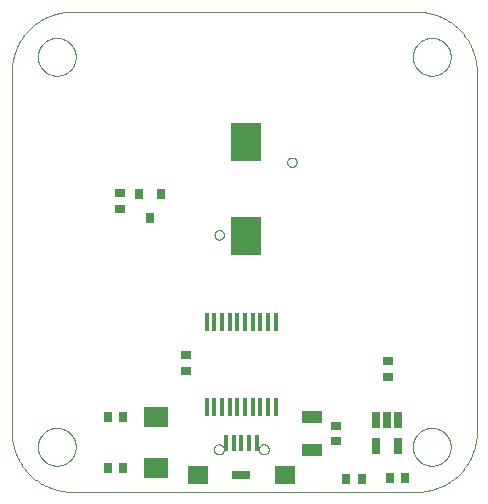
<source format=gbp>
G75*
%MOIN*%
%OFA0B0*%
%FSLAX25Y25*%
%IPPOS*%
%LPD*%
%AMOC8*
5,1,8,0,0,1.08239X$1,22.5*
%
%ADD10C,0.00100*%
%ADD11C,0.00000*%
%ADD12R,0.02756X0.05512*%
%ADD13R,0.03543X0.02756*%
%ADD14R,0.02756X0.03543*%
%ADD15R,0.07087X0.03937*%
%ADD16R,0.01575X0.05512*%
%ADD17R,0.07087X0.05906*%
%ADD18R,0.05906X0.02756*%
%ADD19R,0.08000X0.07000*%
%ADD20R,0.01575X0.05906*%
%ADD21R,0.03150X0.03543*%
%ADD22R,0.09843X0.12598*%
D10*
X0033000Y0015846D02*
X0148000Y0015846D01*
X0148483Y0015852D01*
X0148966Y0015869D01*
X0149449Y0015899D01*
X0149930Y0015939D01*
X0150411Y0015992D01*
X0150890Y0016056D01*
X0151367Y0016131D01*
X0151843Y0016219D01*
X0152316Y0016317D01*
X0152786Y0016427D01*
X0153254Y0016548D01*
X0153719Y0016681D01*
X0154180Y0016825D01*
X0154638Y0016980D01*
X0155092Y0017146D01*
X0155542Y0017323D01*
X0155987Y0017510D01*
X0156428Y0017709D01*
X0156864Y0017917D01*
X0157294Y0018137D01*
X0157720Y0018367D01*
X0158139Y0018607D01*
X0158553Y0018857D01*
X0158960Y0019117D01*
X0159361Y0019386D01*
X0159756Y0019666D01*
X0160143Y0019954D01*
X0160524Y0020253D01*
X0160897Y0020560D01*
X0161262Y0020876D01*
X0161620Y0021201D01*
X0161970Y0021534D01*
X0162312Y0021876D01*
X0162645Y0022226D01*
X0162970Y0022584D01*
X0163286Y0022949D01*
X0163593Y0023322D01*
X0163892Y0023703D01*
X0164180Y0024090D01*
X0164460Y0024485D01*
X0164729Y0024886D01*
X0164989Y0025293D01*
X0165239Y0025707D01*
X0165479Y0026126D01*
X0165709Y0026552D01*
X0165929Y0026982D01*
X0166137Y0027418D01*
X0166336Y0027859D01*
X0166523Y0028304D01*
X0166700Y0028754D01*
X0166866Y0029208D01*
X0167021Y0029666D01*
X0167165Y0030127D01*
X0167298Y0030592D01*
X0167419Y0031060D01*
X0167529Y0031530D01*
X0167627Y0032003D01*
X0167715Y0032479D01*
X0167790Y0032956D01*
X0167854Y0033435D01*
X0167907Y0033916D01*
X0167947Y0034397D01*
X0167977Y0034880D01*
X0167994Y0035363D01*
X0168000Y0035846D01*
X0168000Y0155846D01*
X0167994Y0156329D01*
X0167977Y0156812D01*
X0167947Y0157295D01*
X0167907Y0157776D01*
X0167854Y0158257D01*
X0167790Y0158736D01*
X0167715Y0159213D01*
X0167627Y0159689D01*
X0167529Y0160162D01*
X0167419Y0160632D01*
X0167298Y0161100D01*
X0167165Y0161565D01*
X0167021Y0162026D01*
X0166866Y0162484D01*
X0166700Y0162938D01*
X0166523Y0163388D01*
X0166336Y0163833D01*
X0166137Y0164274D01*
X0165929Y0164710D01*
X0165709Y0165140D01*
X0165479Y0165566D01*
X0165239Y0165985D01*
X0164989Y0166399D01*
X0164729Y0166806D01*
X0164460Y0167207D01*
X0164180Y0167602D01*
X0163892Y0167989D01*
X0163593Y0168370D01*
X0163286Y0168743D01*
X0162970Y0169108D01*
X0162645Y0169466D01*
X0162312Y0169816D01*
X0161970Y0170158D01*
X0161620Y0170491D01*
X0161262Y0170816D01*
X0160897Y0171132D01*
X0160524Y0171439D01*
X0160143Y0171738D01*
X0159756Y0172026D01*
X0159361Y0172306D01*
X0158960Y0172575D01*
X0158553Y0172835D01*
X0158139Y0173085D01*
X0157720Y0173325D01*
X0157294Y0173555D01*
X0156864Y0173775D01*
X0156428Y0173983D01*
X0155987Y0174182D01*
X0155542Y0174369D01*
X0155092Y0174546D01*
X0154638Y0174712D01*
X0154180Y0174867D01*
X0153719Y0175011D01*
X0153254Y0175144D01*
X0152786Y0175265D01*
X0152316Y0175375D01*
X0151843Y0175473D01*
X0151367Y0175561D01*
X0150890Y0175636D01*
X0150411Y0175700D01*
X0149930Y0175753D01*
X0149449Y0175793D01*
X0148966Y0175823D01*
X0148483Y0175840D01*
X0148000Y0175846D01*
X0033000Y0175846D01*
X0032517Y0175840D01*
X0032034Y0175823D01*
X0031551Y0175793D01*
X0031070Y0175753D01*
X0030589Y0175700D01*
X0030110Y0175636D01*
X0029633Y0175561D01*
X0029157Y0175473D01*
X0028684Y0175375D01*
X0028214Y0175265D01*
X0027746Y0175144D01*
X0027281Y0175011D01*
X0026820Y0174867D01*
X0026362Y0174712D01*
X0025908Y0174546D01*
X0025458Y0174369D01*
X0025013Y0174182D01*
X0024572Y0173983D01*
X0024136Y0173775D01*
X0023706Y0173555D01*
X0023280Y0173325D01*
X0022861Y0173085D01*
X0022447Y0172835D01*
X0022040Y0172575D01*
X0021639Y0172306D01*
X0021244Y0172026D01*
X0020857Y0171738D01*
X0020476Y0171439D01*
X0020103Y0171132D01*
X0019738Y0170816D01*
X0019380Y0170491D01*
X0019030Y0170158D01*
X0018688Y0169816D01*
X0018355Y0169466D01*
X0018030Y0169108D01*
X0017714Y0168743D01*
X0017407Y0168370D01*
X0017108Y0167989D01*
X0016820Y0167602D01*
X0016540Y0167207D01*
X0016271Y0166806D01*
X0016011Y0166399D01*
X0015761Y0165985D01*
X0015521Y0165566D01*
X0015291Y0165140D01*
X0015071Y0164710D01*
X0014863Y0164274D01*
X0014664Y0163833D01*
X0014477Y0163388D01*
X0014300Y0162938D01*
X0014134Y0162484D01*
X0013979Y0162026D01*
X0013835Y0161565D01*
X0013702Y0161100D01*
X0013581Y0160632D01*
X0013471Y0160162D01*
X0013373Y0159689D01*
X0013285Y0159213D01*
X0013210Y0158736D01*
X0013146Y0158257D01*
X0013093Y0157776D01*
X0013053Y0157295D01*
X0013023Y0156812D01*
X0013006Y0156329D01*
X0013000Y0155846D01*
X0013000Y0035846D01*
X0013006Y0035363D01*
X0013023Y0034880D01*
X0013053Y0034397D01*
X0013093Y0033916D01*
X0013146Y0033435D01*
X0013210Y0032956D01*
X0013285Y0032479D01*
X0013373Y0032003D01*
X0013471Y0031530D01*
X0013581Y0031060D01*
X0013702Y0030592D01*
X0013835Y0030127D01*
X0013979Y0029666D01*
X0014134Y0029208D01*
X0014300Y0028754D01*
X0014477Y0028304D01*
X0014664Y0027859D01*
X0014863Y0027418D01*
X0015071Y0026982D01*
X0015291Y0026552D01*
X0015521Y0026126D01*
X0015761Y0025707D01*
X0016011Y0025293D01*
X0016271Y0024886D01*
X0016540Y0024485D01*
X0016820Y0024090D01*
X0017108Y0023703D01*
X0017407Y0023322D01*
X0017714Y0022949D01*
X0018030Y0022584D01*
X0018355Y0022226D01*
X0018688Y0021876D01*
X0019030Y0021534D01*
X0019380Y0021201D01*
X0019738Y0020876D01*
X0020103Y0020560D01*
X0020476Y0020253D01*
X0020857Y0019954D01*
X0021244Y0019666D01*
X0021639Y0019386D01*
X0022040Y0019117D01*
X0022447Y0018857D01*
X0022861Y0018607D01*
X0023280Y0018367D01*
X0023706Y0018137D01*
X0024136Y0017917D01*
X0024572Y0017709D01*
X0025013Y0017510D01*
X0025458Y0017323D01*
X0025908Y0017146D01*
X0026362Y0016980D01*
X0026820Y0016825D01*
X0027281Y0016681D01*
X0027746Y0016548D01*
X0028214Y0016427D01*
X0028684Y0016317D01*
X0029157Y0016219D01*
X0029633Y0016131D01*
X0030110Y0016056D01*
X0030589Y0015992D01*
X0031070Y0015939D01*
X0031551Y0015899D01*
X0032034Y0015869D01*
X0032517Y0015852D01*
X0033000Y0015846D01*
D11*
X0021701Y0030846D02*
X0021703Y0031004D01*
X0021709Y0031162D01*
X0021719Y0031320D01*
X0021733Y0031478D01*
X0021751Y0031635D01*
X0021772Y0031792D01*
X0021798Y0031948D01*
X0021828Y0032104D01*
X0021861Y0032259D01*
X0021899Y0032412D01*
X0021940Y0032565D01*
X0021985Y0032717D01*
X0022034Y0032868D01*
X0022087Y0033017D01*
X0022143Y0033165D01*
X0022203Y0033311D01*
X0022267Y0033456D01*
X0022335Y0033599D01*
X0022406Y0033741D01*
X0022480Y0033881D01*
X0022558Y0034018D01*
X0022640Y0034154D01*
X0022724Y0034288D01*
X0022813Y0034419D01*
X0022904Y0034548D01*
X0022999Y0034675D01*
X0023096Y0034800D01*
X0023197Y0034922D01*
X0023301Y0035041D01*
X0023408Y0035158D01*
X0023518Y0035272D01*
X0023631Y0035383D01*
X0023746Y0035492D01*
X0023864Y0035597D01*
X0023985Y0035699D01*
X0024108Y0035799D01*
X0024234Y0035895D01*
X0024362Y0035988D01*
X0024492Y0036078D01*
X0024625Y0036164D01*
X0024760Y0036248D01*
X0024896Y0036327D01*
X0025035Y0036404D01*
X0025176Y0036476D01*
X0025318Y0036546D01*
X0025462Y0036611D01*
X0025608Y0036673D01*
X0025755Y0036731D01*
X0025904Y0036786D01*
X0026054Y0036837D01*
X0026205Y0036884D01*
X0026357Y0036927D01*
X0026510Y0036966D01*
X0026665Y0037002D01*
X0026820Y0037033D01*
X0026976Y0037061D01*
X0027132Y0037085D01*
X0027289Y0037105D01*
X0027447Y0037121D01*
X0027604Y0037133D01*
X0027763Y0037141D01*
X0027921Y0037145D01*
X0028079Y0037145D01*
X0028237Y0037141D01*
X0028396Y0037133D01*
X0028553Y0037121D01*
X0028711Y0037105D01*
X0028868Y0037085D01*
X0029024Y0037061D01*
X0029180Y0037033D01*
X0029335Y0037002D01*
X0029490Y0036966D01*
X0029643Y0036927D01*
X0029795Y0036884D01*
X0029946Y0036837D01*
X0030096Y0036786D01*
X0030245Y0036731D01*
X0030392Y0036673D01*
X0030538Y0036611D01*
X0030682Y0036546D01*
X0030824Y0036476D01*
X0030965Y0036404D01*
X0031104Y0036327D01*
X0031240Y0036248D01*
X0031375Y0036164D01*
X0031508Y0036078D01*
X0031638Y0035988D01*
X0031766Y0035895D01*
X0031892Y0035799D01*
X0032015Y0035699D01*
X0032136Y0035597D01*
X0032254Y0035492D01*
X0032369Y0035383D01*
X0032482Y0035272D01*
X0032592Y0035158D01*
X0032699Y0035041D01*
X0032803Y0034922D01*
X0032904Y0034800D01*
X0033001Y0034675D01*
X0033096Y0034548D01*
X0033187Y0034419D01*
X0033276Y0034288D01*
X0033360Y0034154D01*
X0033442Y0034018D01*
X0033520Y0033881D01*
X0033594Y0033741D01*
X0033665Y0033599D01*
X0033733Y0033456D01*
X0033797Y0033311D01*
X0033857Y0033165D01*
X0033913Y0033017D01*
X0033966Y0032868D01*
X0034015Y0032717D01*
X0034060Y0032565D01*
X0034101Y0032412D01*
X0034139Y0032259D01*
X0034172Y0032104D01*
X0034202Y0031948D01*
X0034228Y0031792D01*
X0034249Y0031635D01*
X0034267Y0031478D01*
X0034281Y0031320D01*
X0034291Y0031162D01*
X0034297Y0031004D01*
X0034299Y0030846D01*
X0034297Y0030688D01*
X0034291Y0030530D01*
X0034281Y0030372D01*
X0034267Y0030214D01*
X0034249Y0030057D01*
X0034228Y0029900D01*
X0034202Y0029744D01*
X0034172Y0029588D01*
X0034139Y0029433D01*
X0034101Y0029280D01*
X0034060Y0029127D01*
X0034015Y0028975D01*
X0033966Y0028824D01*
X0033913Y0028675D01*
X0033857Y0028527D01*
X0033797Y0028381D01*
X0033733Y0028236D01*
X0033665Y0028093D01*
X0033594Y0027951D01*
X0033520Y0027811D01*
X0033442Y0027674D01*
X0033360Y0027538D01*
X0033276Y0027404D01*
X0033187Y0027273D01*
X0033096Y0027144D01*
X0033001Y0027017D01*
X0032904Y0026892D01*
X0032803Y0026770D01*
X0032699Y0026651D01*
X0032592Y0026534D01*
X0032482Y0026420D01*
X0032369Y0026309D01*
X0032254Y0026200D01*
X0032136Y0026095D01*
X0032015Y0025993D01*
X0031892Y0025893D01*
X0031766Y0025797D01*
X0031638Y0025704D01*
X0031508Y0025614D01*
X0031375Y0025528D01*
X0031240Y0025444D01*
X0031104Y0025365D01*
X0030965Y0025288D01*
X0030824Y0025216D01*
X0030682Y0025146D01*
X0030538Y0025081D01*
X0030392Y0025019D01*
X0030245Y0024961D01*
X0030096Y0024906D01*
X0029946Y0024855D01*
X0029795Y0024808D01*
X0029643Y0024765D01*
X0029490Y0024726D01*
X0029335Y0024690D01*
X0029180Y0024659D01*
X0029024Y0024631D01*
X0028868Y0024607D01*
X0028711Y0024587D01*
X0028553Y0024571D01*
X0028396Y0024559D01*
X0028237Y0024551D01*
X0028079Y0024547D01*
X0027921Y0024547D01*
X0027763Y0024551D01*
X0027604Y0024559D01*
X0027447Y0024571D01*
X0027289Y0024587D01*
X0027132Y0024607D01*
X0026976Y0024631D01*
X0026820Y0024659D01*
X0026665Y0024690D01*
X0026510Y0024726D01*
X0026357Y0024765D01*
X0026205Y0024808D01*
X0026054Y0024855D01*
X0025904Y0024906D01*
X0025755Y0024961D01*
X0025608Y0025019D01*
X0025462Y0025081D01*
X0025318Y0025146D01*
X0025176Y0025216D01*
X0025035Y0025288D01*
X0024896Y0025365D01*
X0024760Y0025444D01*
X0024625Y0025528D01*
X0024492Y0025614D01*
X0024362Y0025704D01*
X0024234Y0025797D01*
X0024108Y0025893D01*
X0023985Y0025993D01*
X0023864Y0026095D01*
X0023746Y0026200D01*
X0023631Y0026309D01*
X0023518Y0026420D01*
X0023408Y0026534D01*
X0023301Y0026651D01*
X0023197Y0026770D01*
X0023096Y0026892D01*
X0022999Y0027017D01*
X0022904Y0027144D01*
X0022813Y0027273D01*
X0022724Y0027404D01*
X0022640Y0027538D01*
X0022558Y0027674D01*
X0022480Y0027811D01*
X0022406Y0027951D01*
X0022335Y0028093D01*
X0022267Y0028236D01*
X0022203Y0028381D01*
X0022143Y0028527D01*
X0022087Y0028675D01*
X0022034Y0028824D01*
X0021985Y0028975D01*
X0021940Y0029127D01*
X0021899Y0029280D01*
X0021861Y0029433D01*
X0021828Y0029588D01*
X0021798Y0029744D01*
X0021772Y0029900D01*
X0021751Y0030057D01*
X0021733Y0030214D01*
X0021719Y0030372D01*
X0021709Y0030530D01*
X0021703Y0030688D01*
X0021701Y0030846D01*
X0080347Y0030008D02*
X0080349Y0030089D01*
X0080355Y0030171D01*
X0080365Y0030252D01*
X0080379Y0030332D01*
X0080396Y0030411D01*
X0080418Y0030490D01*
X0080443Y0030567D01*
X0080472Y0030644D01*
X0080505Y0030718D01*
X0080542Y0030791D01*
X0080581Y0030862D01*
X0080625Y0030931D01*
X0080671Y0030998D01*
X0080721Y0031062D01*
X0080774Y0031124D01*
X0080830Y0031184D01*
X0080888Y0031240D01*
X0080950Y0031294D01*
X0081014Y0031345D01*
X0081080Y0031392D01*
X0081148Y0031436D01*
X0081219Y0031477D01*
X0081291Y0031514D01*
X0081366Y0031548D01*
X0081441Y0031578D01*
X0081519Y0031604D01*
X0081597Y0031627D01*
X0081676Y0031645D01*
X0081756Y0031660D01*
X0081837Y0031671D01*
X0081918Y0031678D01*
X0082000Y0031681D01*
X0082081Y0031680D01*
X0082162Y0031675D01*
X0082243Y0031666D01*
X0082324Y0031653D01*
X0082404Y0031636D01*
X0082482Y0031616D01*
X0082560Y0031591D01*
X0082637Y0031563D01*
X0082712Y0031531D01*
X0082785Y0031496D01*
X0082856Y0031457D01*
X0082926Y0031414D01*
X0082993Y0031369D01*
X0083059Y0031320D01*
X0083121Y0031268D01*
X0083181Y0031212D01*
X0083238Y0031154D01*
X0083293Y0031094D01*
X0083344Y0031030D01*
X0083392Y0030965D01*
X0083437Y0030897D01*
X0083479Y0030827D01*
X0083517Y0030755D01*
X0083552Y0030681D01*
X0083583Y0030606D01*
X0083610Y0030529D01*
X0083633Y0030451D01*
X0083653Y0030372D01*
X0083669Y0030292D01*
X0083681Y0030211D01*
X0083689Y0030130D01*
X0083693Y0030049D01*
X0083693Y0029967D01*
X0083689Y0029886D01*
X0083681Y0029805D01*
X0083669Y0029724D01*
X0083653Y0029644D01*
X0083633Y0029565D01*
X0083610Y0029487D01*
X0083583Y0029410D01*
X0083552Y0029335D01*
X0083517Y0029261D01*
X0083479Y0029189D01*
X0083437Y0029119D01*
X0083392Y0029051D01*
X0083344Y0028986D01*
X0083293Y0028922D01*
X0083238Y0028862D01*
X0083181Y0028804D01*
X0083121Y0028748D01*
X0083059Y0028696D01*
X0082993Y0028647D01*
X0082926Y0028602D01*
X0082857Y0028559D01*
X0082785Y0028520D01*
X0082712Y0028485D01*
X0082637Y0028453D01*
X0082560Y0028425D01*
X0082482Y0028400D01*
X0082404Y0028380D01*
X0082324Y0028363D01*
X0082243Y0028350D01*
X0082162Y0028341D01*
X0082081Y0028336D01*
X0082000Y0028335D01*
X0081918Y0028338D01*
X0081837Y0028345D01*
X0081756Y0028356D01*
X0081676Y0028371D01*
X0081597Y0028389D01*
X0081519Y0028412D01*
X0081441Y0028438D01*
X0081366Y0028468D01*
X0081291Y0028502D01*
X0081219Y0028539D01*
X0081148Y0028580D01*
X0081080Y0028624D01*
X0081014Y0028671D01*
X0080950Y0028722D01*
X0080888Y0028776D01*
X0080830Y0028832D01*
X0080774Y0028892D01*
X0080721Y0028954D01*
X0080671Y0029018D01*
X0080625Y0029085D01*
X0080581Y0029154D01*
X0080542Y0029225D01*
X0080505Y0029298D01*
X0080472Y0029372D01*
X0080443Y0029449D01*
X0080418Y0029526D01*
X0080396Y0029605D01*
X0080379Y0029684D01*
X0080365Y0029764D01*
X0080355Y0029845D01*
X0080349Y0029927D01*
X0080347Y0030008D01*
X0095307Y0030008D02*
X0095309Y0030089D01*
X0095315Y0030171D01*
X0095325Y0030252D01*
X0095339Y0030332D01*
X0095356Y0030411D01*
X0095378Y0030490D01*
X0095403Y0030567D01*
X0095432Y0030644D01*
X0095465Y0030718D01*
X0095502Y0030791D01*
X0095541Y0030862D01*
X0095585Y0030931D01*
X0095631Y0030998D01*
X0095681Y0031062D01*
X0095734Y0031124D01*
X0095790Y0031184D01*
X0095848Y0031240D01*
X0095910Y0031294D01*
X0095974Y0031345D01*
X0096040Y0031392D01*
X0096108Y0031436D01*
X0096179Y0031477D01*
X0096251Y0031514D01*
X0096326Y0031548D01*
X0096401Y0031578D01*
X0096479Y0031604D01*
X0096557Y0031627D01*
X0096636Y0031645D01*
X0096716Y0031660D01*
X0096797Y0031671D01*
X0096878Y0031678D01*
X0096960Y0031681D01*
X0097041Y0031680D01*
X0097122Y0031675D01*
X0097203Y0031666D01*
X0097284Y0031653D01*
X0097364Y0031636D01*
X0097442Y0031616D01*
X0097520Y0031591D01*
X0097597Y0031563D01*
X0097672Y0031531D01*
X0097745Y0031496D01*
X0097816Y0031457D01*
X0097886Y0031414D01*
X0097953Y0031369D01*
X0098019Y0031320D01*
X0098081Y0031268D01*
X0098141Y0031212D01*
X0098198Y0031154D01*
X0098253Y0031094D01*
X0098304Y0031030D01*
X0098352Y0030965D01*
X0098397Y0030897D01*
X0098439Y0030827D01*
X0098477Y0030755D01*
X0098512Y0030681D01*
X0098543Y0030606D01*
X0098570Y0030529D01*
X0098593Y0030451D01*
X0098613Y0030372D01*
X0098629Y0030292D01*
X0098641Y0030211D01*
X0098649Y0030130D01*
X0098653Y0030049D01*
X0098653Y0029967D01*
X0098649Y0029886D01*
X0098641Y0029805D01*
X0098629Y0029724D01*
X0098613Y0029644D01*
X0098593Y0029565D01*
X0098570Y0029487D01*
X0098543Y0029410D01*
X0098512Y0029335D01*
X0098477Y0029261D01*
X0098439Y0029189D01*
X0098397Y0029119D01*
X0098352Y0029051D01*
X0098304Y0028986D01*
X0098253Y0028922D01*
X0098198Y0028862D01*
X0098141Y0028804D01*
X0098081Y0028748D01*
X0098019Y0028696D01*
X0097953Y0028647D01*
X0097886Y0028602D01*
X0097817Y0028559D01*
X0097745Y0028520D01*
X0097672Y0028485D01*
X0097597Y0028453D01*
X0097520Y0028425D01*
X0097442Y0028400D01*
X0097364Y0028380D01*
X0097284Y0028363D01*
X0097203Y0028350D01*
X0097122Y0028341D01*
X0097041Y0028336D01*
X0096960Y0028335D01*
X0096878Y0028338D01*
X0096797Y0028345D01*
X0096716Y0028356D01*
X0096636Y0028371D01*
X0096557Y0028389D01*
X0096479Y0028412D01*
X0096401Y0028438D01*
X0096326Y0028468D01*
X0096251Y0028502D01*
X0096179Y0028539D01*
X0096108Y0028580D01*
X0096040Y0028624D01*
X0095974Y0028671D01*
X0095910Y0028722D01*
X0095848Y0028776D01*
X0095790Y0028832D01*
X0095734Y0028892D01*
X0095681Y0028954D01*
X0095631Y0029018D01*
X0095585Y0029085D01*
X0095541Y0029154D01*
X0095502Y0029225D01*
X0095465Y0029298D01*
X0095432Y0029372D01*
X0095403Y0029449D01*
X0095378Y0029526D01*
X0095356Y0029605D01*
X0095339Y0029684D01*
X0095325Y0029764D01*
X0095315Y0029845D01*
X0095309Y0029927D01*
X0095307Y0030008D01*
X0146701Y0030846D02*
X0146703Y0031004D01*
X0146709Y0031162D01*
X0146719Y0031320D01*
X0146733Y0031478D01*
X0146751Y0031635D01*
X0146772Y0031792D01*
X0146798Y0031948D01*
X0146828Y0032104D01*
X0146861Y0032259D01*
X0146899Y0032412D01*
X0146940Y0032565D01*
X0146985Y0032717D01*
X0147034Y0032868D01*
X0147087Y0033017D01*
X0147143Y0033165D01*
X0147203Y0033311D01*
X0147267Y0033456D01*
X0147335Y0033599D01*
X0147406Y0033741D01*
X0147480Y0033881D01*
X0147558Y0034018D01*
X0147640Y0034154D01*
X0147724Y0034288D01*
X0147813Y0034419D01*
X0147904Y0034548D01*
X0147999Y0034675D01*
X0148096Y0034800D01*
X0148197Y0034922D01*
X0148301Y0035041D01*
X0148408Y0035158D01*
X0148518Y0035272D01*
X0148631Y0035383D01*
X0148746Y0035492D01*
X0148864Y0035597D01*
X0148985Y0035699D01*
X0149108Y0035799D01*
X0149234Y0035895D01*
X0149362Y0035988D01*
X0149492Y0036078D01*
X0149625Y0036164D01*
X0149760Y0036248D01*
X0149896Y0036327D01*
X0150035Y0036404D01*
X0150176Y0036476D01*
X0150318Y0036546D01*
X0150462Y0036611D01*
X0150608Y0036673D01*
X0150755Y0036731D01*
X0150904Y0036786D01*
X0151054Y0036837D01*
X0151205Y0036884D01*
X0151357Y0036927D01*
X0151510Y0036966D01*
X0151665Y0037002D01*
X0151820Y0037033D01*
X0151976Y0037061D01*
X0152132Y0037085D01*
X0152289Y0037105D01*
X0152447Y0037121D01*
X0152604Y0037133D01*
X0152763Y0037141D01*
X0152921Y0037145D01*
X0153079Y0037145D01*
X0153237Y0037141D01*
X0153396Y0037133D01*
X0153553Y0037121D01*
X0153711Y0037105D01*
X0153868Y0037085D01*
X0154024Y0037061D01*
X0154180Y0037033D01*
X0154335Y0037002D01*
X0154490Y0036966D01*
X0154643Y0036927D01*
X0154795Y0036884D01*
X0154946Y0036837D01*
X0155096Y0036786D01*
X0155245Y0036731D01*
X0155392Y0036673D01*
X0155538Y0036611D01*
X0155682Y0036546D01*
X0155824Y0036476D01*
X0155965Y0036404D01*
X0156104Y0036327D01*
X0156240Y0036248D01*
X0156375Y0036164D01*
X0156508Y0036078D01*
X0156638Y0035988D01*
X0156766Y0035895D01*
X0156892Y0035799D01*
X0157015Y0035699D01*
X0157136Y0035597D01*
X0157254Y0035492D01*
X0157369Y0035383D01*
X0157482Y0035272D01*
X0157592Y0035158D01*
X0157699Y0035041D01*
X0157803Y0034922D01*
X0157904Y0034800D01*
X0158001Y0034675D01*
X0158096Y0034548D01*
X0158187Y0034419D01*
X0158276Y0034288D01*
X0158360Y0034154D01*
X0158442Y0034018D01*
X0158520Y0033881D01*
X0158594Y0033741D01*
X0158665Y0033599D01*
X0158733Y0033456D01*
X0158797Y0033311D01*
X0158857Y0033165D01*
X0158913Y0033017D01*
X0158966Y0032868D01*
X0159015Y0032717D01*
X0159060Y0032565D01*
X0159101Y0032412D01*
X0159139Y0032259D01*
X0159172Y0032104D01*
X0159202Y0031948D01*
X0159228Y0031792D01*
X0159249Y0031635D01*
X0159267Y0031478D01*
X0159281Y0031320D01*
X0159291Y0031162D01*
X0159297Y0031004D01*
X0159299Y0030846D01*
X0159297Y0030688D01*
X0159291Y0030530D01*
X0159281Y0030372D01*
X0159267Y0030214D01*
X0159249Y0030057D01*
X0159228Y0029900D01*
X0159202Y0029744D01*
X0159172Y0029588D01*
X0159139Y0029433D01*
X0159101Y0029280D01*
X0159060Y0029127D01*
X0159015Y0028975D01*
X0158966Y0028824D01*
X0158913Y0028675D01*
X0158857Y0028527D01*
X0158797Y0028381D01*
X0158733Y0028236D01*
X0158665Y0028093D01*
X0158594Y0027951D01*
X0158520Y0027811D01*
X0158442Y0027674D01*
X0158360Y0027538D01*
X0158276Y0027404D01*
X0158187Y0027273D01*
X0158096Y0027144D01*
X0158001Y0027017D01*
X0157904Y0026892D01*
X0157803Y0026770D01*
X0157699Y0026651D01*
X0157592Y0026534D01*
X0157482Y0026420D01*
X0157369Y0026309D01*
X0157254Y0026200D01*
X0157136Y0026095D01*
X0157015Y0025993D01*
X0156892Y0025893D01*
X0156766Y0025797D01*
X0156638Y0025704D01*
X0156508Y0025614D01*
X0156375Y0025528D01*
X0156240Y0025444D01*
X0156104Y0025365D01*
X0155965Y0025288D01*
X0155824Y0025216D01*
X0155682Y0025146D01*
X0155538Y0025081D01*
X0155392Y0025019D01*
X0155245Y0024961D01*
X0155096Y0024906D01*
X0154946Y0024855D01*
X0154795Y0024808D01*
X0154643Y0024765D01*
X0154490Y0024726D01*
X0154335Y0024690D01*
X0154180Y0024659D01*
X0154024Y0024631D01*
X0153868Y0024607D01*
X0153711Y0024587D01*
X0153553Y0024571D01*
X0153396Y0024559D01*
X0153237Y0024551D01*
X0153079Y0024547D01*
X0152921Y0024547D01*
X0152763Y0024551D01*
X0152604Y0024559D01*
X0152447Y0024571D01*
X0152289Y0024587D01*
X0152132Y0024607D01*
X0151976Y0024631D01*
X0151820Y0024659D01*
X0151665Y0024690D01*
X0151510Y0024726D01*
X0151357Y0024765D01*
X0151205Y0024808D01*
X0151054Y0024855D01*
X0150904Y0024906D01*
X0150755Y0024961D01*
X0150608Y0025019D01*
X0150462Y0025081D01*
X0150318Y0025146D01*
X0150176Y0025216D01*
X0150035Y0025288D01*
X0149896Y0025365D01*
X0149760Y0025444D01*
X0149625Y0025528D01*
X0149492Y0025614D01*
X0149362Y0025704D01*
X0149234Y0025797D01*
X0149108Y0025893D01*
X0148985Y0025993D01*
X0148864Y0026095D01*
X0148746Y0026200D01*
X0148631Y0026309D01*
X0148518Y0026420D01*
X0148408Y0026534D01*
X0148301Y0026651D01*
X0148197Y0026770D01*
X0148096Y0026892D01*
X0147999Y0027017D01*
X0147904Y0027144D01*
X0147813Y0027273D01*
X0147724Y0027404D01*
X0147640Y0027538D01*
X0147558Y0027674D01*
X0147480Y0027811D01*
X0147406Y0027951D01*
X0147335Y0028093D01*
X0147267Y0028236D01*
X0147203Y0028381D01*
X0147143Y0028527D01*
X0147087Y0028675D01*
X0147034Y0028824D01*
X0146985Y0028975D01*
X0146940Y0029127D01*
X0146899Y0029280D01*
X0146861Y0029433D01*
X0146828Y0029588D01*
X0146798Y0029744D01*
X0146772Y0029900D01*
X0146751Y0030057D01*
X0146733Y0030214D01*
X0146719Y0030372D01*
X0146709Y0030530D01*
X0146703Y0030688D01*
X0146701Y0030846D01*
X0080567Y0101492D02*
X0080569Y0101571D01*
X0080575Y0101650D01*
X0080585Y0101729D01*
X0080599Y0101807D01*
X0080616Y0101884D01*
X0080638Y0101960D01*
X0080663Y0102035D01*
X0080693Y0102108D01*
X0080725Y0102180D01*
X0080762Y0102251D01*
X0080802Y0102319D01*
X0080845Y0102385D01*
X0080891Y0102449D01*
X0080941Y0102511D01*
X0080994Y0102570D01*
X0081049Y0102626D01*
X0081108Y0102680D01*
X0081169Y0102730D01*
X0081232Y0102778D01*
X0081298Y0102822D01*
X0081366Y0102863D01*
X0081436Y0102900D01*
X0081507Y0102934D01*
X0081581Y0102964D01*
X0081655Y0102990D01*
X0081731Y0103012D01*
X0081808Y0103031D01*
X0081886Y0103046D01*
X0081964Y0103057D01*
X0082043Y0103064D01*
X0082122Y0103067D01*
X0082201Y0103066D01*
X0082280Y0103061D01*
X0082359Y0103052D01*
X0082437Y0103039D01*
X0082514Y0103022D01*
X0082591Y0103002D01*
X0082666Y0102977D01*
X0082740Y0102949D01*
X0082813Y0102917D01*
X0082883Y0102882D01*
X0082952Y0102843D01*
X0083019Y0102800D01*
X0083084Y0102754D01*
X0083146Y0102706D01*
X0083206Y0102654D01*
X0083263Y0102599D01*
X0083317Y0102541D01*
X0083368Y0102481D01*
X0083416Y0102418D01*
X0083461Y0102353D01*
X0083503Y0102285D01*
X0083541Y0102216D01*
X0083575Y0102145D01*
X0083606Y0102072D01*
X0083634Y0101997D01*
X0083657Y0101922D01*
X0083677Y0101845D01*
X0083693Y0101768D01*
X0083705Y0101689D01*
X0083713Y0101611D01*
X0083717Y0101532D01*
X0083717Y0101452D01*
X0083713Y0101373D01*
X0083705Y0101295D01*
X0083693Y0101216D01*
X0083677Y0101139D01*
X0083657Y0101062D01*
X0083634Y0100987D01*
X0083606Y0100912D01*
X0083575Y0100839D01*
X0083541Y0100768D01*
X0083503Y0100699D01*
X0083461Y0100631D01*
X0083416Y0100566D01*
X0083368Y0100503D01*
X0083317Y0100443D01*
X0083263Y0100385D01*
X0083206Y0100330D01*
X0083146Y0100278D01*
X0083084Y0100230D01*
X0083019Y0100184D01*
X0082952Y0100141D01*
X0082883Y0100102D01*
X0082813Y0100067D01*
X0082740Y0100035D01*
X0082666Y0100007D01*
X0082591Y0099982D01*
X0082514Y0099962D01*
X0082437Y0099945D01*
X0082359Y0099932D01*
X0082280Y0099923D01*
X0082201Y0099918D01*
X0082122Y0099917D01*
X0082043Y0099920D01*
X0081964Y0099927D01*
X0081886Y0099938D01*
X0081808Y0099953D01*
X0081731Y0099972D01*
X0081655Y0099994D01*
X0081581Y0100020D01*
X0081507Y0100050D01*
X0081436Y0100084D01*
X0081366Y0100121D01*
X0081298Y0100162D01*
X0081232Y0100206D01*
X0081169Y0100254D01*
X0081108Y0100304D01*
X0081049Y0100358D01*
X0080994Y0100414D01*
X0080941Y0100473D01*
X0080891Y0100535D01*
X0080845Y0100599D01*
X0080802Y0100665D01*
X0080762Y0100733D01*
X0080725Y0100804D01*
X0080693Y0100876D01*
X0080663Y0100949D01*
X0080638Y0101024D01*
X0080616Y0101100D01*
X0080599Y0101177D01*
X0080585Y0101255D01*
X0080575Y0101334D01*
X0080569Y0101413D01*
X0080567Y0101492D01*
X0104779Y0125705D02*
X0104781Y0125784D01*
X0104787Y0125863D01*
X0104797Y0125942D01*
X0104811Y0126020D01*
X0104828Y0126097D01*
X0104850Y0126173D01*
X0104875Y0126248D01*
X0104905Y0126321D01*
X0104937Y0126393D01*
X0104974Y0126464D01*
X0105014Y0126532D01*
X0105057Y0126598D01*
X0105103Y0126662D01*
X0105153Y0126724D01*
X0105206Y0126783D01*
X0105261Y0126839D01*
X0105320Y0126893D01*
X0105381Y0126943D01*
X0105444Y0126991D01*
X0105510Y0127035D01*
X0105578Y0127076D01*
X0105648Y0127113D01*
X0105719Y0127147D01*
X0105793Y0127177D01*
X0105867Y0127203D01*
X0105943Y0127225D01*
X0106020Y0127244D01*
X0106098Y0127259D01*
X0106176Y0127270D01*
X0106255Y0127277D01*
X0106334Y0127280D01*
X0106413Y0127279D01*
X0106492Y0127274D01*
X0106571Y0127265D01*
X0106649Y0127252D01*
X0106726Y0127235D01*
X0106803Y0127215D01*
X0106878Y0127190D01*
X0106952Y0127162D01*
X0107025Y0127130D01*
X0107095Y0127095D01*
X0107164Y0127056D01*
X0107231Y0127013D01*
X0107296Y0126967D01*
X0107358Y0126919D01*
X0107418Y0126867D01*
X0107475Y0126812D01*
X0107529Y0126754D01*
X0107580Y0126694D01*
X0107628Y0126631D01*
X0107673Y0126566D01*
X0107715Y0126498D01*
X0107753Y0126429D01*
X0107787Y0126358D01*
X0107818Y0126285D01*
X0107846Y0126210D01*
X0107869Y0126135D01*
X0107889Y0126058D01*
X0107905Y0125981D01*
X0107917Y0125902D01*
X0107925Y0125824D01*
X0107929Y0125745D01*
X0107929Y0125665D01*
X0107925Y0125586D01*
X0107917Y0125508D01*
X0107905Y0125429D01*
X0107889Y0125352D01*
X0107869Y0125275D01*
X0107846Y0125200D01*
X0107818Y0125125D01*
X0107787Y0125052D01*
X0107753Y0124981D01*
X0107715Y0124912D01*
X0107673Y0124844D01*
X0107628Y0124779D01*
X0107580Y0124716D01*
X0107529Y0124656D01*
X0107475Y0124598D01*
X0107418Y0124543D01*
X0107358Y0124491D01*
X0107296Y0124443D01*
X0107231Y0124397D01*
X0107164Y0124354D01*
X0107095Y0124315D01*
X0107025Y0124280D01*
X0106952Y0124248D01*
X0106878Y0124220D01*
X0106803Y0124195D01*
X0106726Y0124175D01*
X0106649Y0124158D01*
X0106571Y0124145D01*
X0106492Y0124136D01*
X0106413Y0124131D01*
X0106334Y0124130D01*
X0106255Y0124133D01*
X0106176Y0124140D01*
X0106098Y0124151D01*
X0106020Y0124166D01*
X0105943Y0124185D01*
X0105867Y0124207D01*
X0105793Y0124233D01*
X0105719Y0124263D01*
X0105648Y0124297D01*
X0105578Y0124334D01*
X0105510Y0124375D01*
X0105444Y0124419D01*
X0105381Y0124467D01*
X0105320Y0124517D01*
X0105261Y0124571D01*
X0105206Y0124627D01*
X0105153Y0124686D01*
X0105103Y0124748D01*
X0105057Y0124812D01*
X0105014Y0124878D01*
X0104974Y0124946D01*
X0104937Y0125017D01*
X0104905Y0125089D01*
X0104875Y0125162D01*
X0104850Y0125237D01*
X0104828Y0125313D01*
X0104811Y0125390D01*
X0104797Y0125468D01*
X0104787Y0125547D01*
X0104781Y0125626D01*
X0104779Y0125705D01*
X0146701Y0160846D02*
X0146703Y0161004D01*
X0146709Y0161162D01*
X0146719Y0161320D01*
X0146733Y0161478D01*
X0146751Y0161635D01*
X0146772Y0161792D01*
X0146798Y0161948D01*
X0146828Y0162104D01*
X0146861Y0162259D01*
X0146899Y0162412D01*
X0146940Y0162565D01*
X0146985Y0162717D01*
X0147034Y0162868D01*
X0147087Y0163017D01*
X0147143Y0163165D01*
X0147203Y0163311D01*
X0147267Y0163456D01*
X0147335Y0163599D01*
X0147406Y0163741D01*
X0147480Y0163881D01*
X0147558Y0164018D01*
X0147640Y0164154D01*
X0147724Y0164288D01*
X0147813Y0164419D01*
X0147904Y0164548D01*
X0147999Y0164675D01*
X0148096Y0164800D01*
X0148197Y0164922D01*
X0148301Y0165041D01*
X0148408Y0165158D01*
X0148518Y0165272D01*
X0148631Y0165383D01*
X0148746Y0165492D01*
X0148864Y0165597D01*
X0148985Y0165699D01*
X0149108Y0165799D01*
X0149234Y0165895D01*
X0149362Y0165988D01*
X0149492Y0166078D01*
X0149625Y0166164D01*
X0149760Y0166248D01*
X0149896Y0166327D01*
X0150035Y0166404D01*
X0150176Y0166476D01*
X0150318Y0166546D01*
X0150462Y0166611D01*
X0150608Y0166673D01*
X0150755Y0166731D01*
X0150904Y0166786D01*
X0151054Y0166837D01*
X0151205Y0166884D01*
X0151357Y0166927D01*
X0151510Y0166966D01*
X0151665Y0167002D01*
X0151820Y0167033D01*
X0151976Y0167061D01*
X0152132Y0167085D01*
X0152289Y0167105D01*
X0152447Y0167121D01*
X0152604Y0167133D01*
X0152763Y0167141D01*
X0152921Y0167145D01*
X0153079Y0167145D01*
X0153237Y0167141D01*
X0153396Y0167133D01*
X0153553Y0167121D01*
X0153711Y0167105D01*
X0153868Y0167085D01*
X0154024Y0167061D01*
X0154180Y0167033D01*
X0154335Y0167002D01*
X0154490Y0166966D01*
X0154643Y0166927D01*
X0154795Y0166884D01*
X0154946Y0166837D01*
X0155096Y0166786D01*
X0155245Y0166731D01*
X0155392Y0166673D01*
X0155538Y0166611D01*
X0155682Y0166546D01*
X0155824Y0166476D01*
X0155965Y0166404D01*
X0156104Y0166327D01*
X0156240Y0166248D01*
X0156375Y0166164D01*
X0156508Y0166078D01*
X0156638Y0165988D01*
X0156766Y0165895D01*
X0156892Y0165799D01*
X0157015Y0165699D01*
X0157136Y0165597D01*
X0157254Y0165492D01*
X0157369Y0165383D01*
X0157482Y0165272D01*
X0157592Y0165158D01*
X0157699Y0165041D01*
X0157803Y0164922D01*
X0157904Y0164800D01*
X0158001Y0164675D01*
X0158096Y0164548D01*
X0158187Y0164419D01*
X0158276Y0164288D01*
X0158360Y0164154D01*
X0158442Y0164018D01*
X0158520Y0163881D01*
X0158594Y0163741D01*
X0158665Y0163599D01*
X0158733Y0163456D01*
X0158797Y0163311D01*
X0158857Y0163165D01*
X0158913Y0163017D01*
X0158966Y0162868D01*
X0159015Y0162717D01*
X0159060Y0162565D01*
X0159101Y0162412D01*
X0159139Y0162259D01*
X0159172Y0162104D01*
X0159202Y0161948D01*
X0159228Y0161792D01*
X0159249Y0161635D01*
X0159267Y0161478D01*
X0159281Y0161320D01*
X0159291Y0161162D01*
X0159297Y0161004D01*
X0159299Y0160846D01*
X0159297Y0160688D01*
X0159291Y0160530D01*
X0159281Y0160372D01*
X0159267Y0160214D01*
X0159249Y0160057D01*
X0159228Y0159900D01*
X0159202Y0159744D01*
X0159172Y0159588D01*
X0159139Y0159433D01*
X0159101Y0159280D01*
X0159060Y0159127D01*
X0159015Y0158975D01*
X0158966Y0158824D01*
X0158913Y0158675D01*
X0158857Y0158527D01*
X0158797Y0158381D01*
X0158733Y0158236D01*
X0158665Y0158093D01*
X0158594Y0157951D01*
X0158520Y0157811D01*
X0158442Y0157674D01*
X0158360Y0157538D01*
X0158276Y0157404D01*
X0158187Y0157273D01*
X0158096Y0157144D01*
X0158001Y0157017D01*
X0157904Y0156892D01*
X0157803Y0156770D01*
X0157699Y0156651D01*
X0157592Y0156534D01*
X0157482Y0156420D01*
X0157369Y0156309D01*
X0157254Y0156200D01*
X0157136Y0156095D01*
X0157015Y0155993D01*
X0156892Y0155893D01*
X0156766Y0155797D01*
X0156638Y0155704D01*
X0156508Y0155614D01*
X0156375Y0155528D01*
X0156240Y0155444D01*
X0156104Y0155365D01*
X0155965Y0155288D01*
X0155824Y0155216D01*
X0155682Y0155146D01*
X0155538Y0155081D01*
X0155392Y0155019D01*
X0155245Y0154961D01*
X0155096Y0154906D01*
X0154946Y0154855D01*
X0154795Y0154808D01*
X0154643Y0154765D01*
X0154490Y0154726D01*
X0154335Y0154690D01*
X0154180Y0154659D01*
X0154024Y0154631D01*
X0153868Y0154607D01*
X0153711Y0154587D01*
X0153553Y0154571D01*
X0153396Y0154559D01*
X0153237Y0154551D01*
X0153079Y0154547D01*
X0152921Y0154547D01*
X0152763Y0154551D01*
X0152604Y0154559D01*
X0152447Y0154571D01*
X0152289Y0154587D01*
X0152132Y0154607D01*
X0151976Y0154631D01*
X0151820Y0154659D01*
X0151665Y0154690D01*
X0151510Y0154726D01*
X0151357Y0154765D01*
X0151205Y0154808D01*
X0151054Y0154855D01*
X0150904Y0154906D01*
X0150755Y0154961D01*
X0150608Y0155019D01*
X0150462Y0155081D01*
X0150318Y0155146D01*
X0150176Y0155216D01*
X0150035Y0155288D01*
X0149896Y0155365D01*
X0149760Y0155444D01*
X0149625Y0155528D01*
X0149492Y0155614D01*
X0149362Y0155704D01*
X0149234Y0155797D01*
X0149108Y0155893D01*
X0148985Y0155993D01*
X0148864Y0156095D01*
X0148746Y0156200D01*
X0148631Y0156309D01*
X0148518Y0156420D01*
X0148408Y0156534D01*
X0148301Y0156651D01*
X0148197Y0156770D01*
X0148096Y0156892D01*
X0147999Y0157017D01*
X0147904Y0157144D01*
X0147813Y0157273D01*
X0147724Y0157404D01*
X0147640Y0157538D01*
X0147558Y0157674D01*
X0147480Y0157811D01*
X0147406Y0157951D01*
X0147335Y0158093D01*
X0147267Y0158236D01*
X0147203Y0158381D01*
X0147143Y0158527D01*
X0147087Y0158675D01*
X0147034Y0158824D01*
X0146985Y0158975D01*
X0146940Y0159127D01*
X0146899Y0159280D01*
X0146861Y0159433D01*
X0146828Y0159588D01*
X0146798Y0159744D01*
X0146772Y0159900D01*
X0146751Y0160057D01*
X0146733Y0160214D01*
X0146719Y0160372D01*
X0146709Y0160530D01*
X0146703Y0160688D01*
X0146701Y0160846D01*
X0021701Y0160846D02*
X0021703Y0161004D01*
X0021709Y0161162D01*
X0021719Y0161320D01*
X0021733Y0161478D01*
X0021751Y0161635D01*
X0021772Y0161792D01*
X0021798Y0161948D01*
X0021828Y0162104D01*
X0021861Y0162259D01*
X0021899Y0162412D01*
X0021940Y0162565D01*
X0021985Y0162717D01*
X0022034Y0162868D01*
X0022087Y0163017D01*
X0022143Y0163165D01*
X0022203Y0163311D01*
X0022267Y0163456D01*
X0022335Y0163599D01*
X0022406Y0163741D01*
X0022480Y0163881D01*
X0022558Y0164018D01*
X0022640Y0164154D01*
X0022724Y0164288D01*
X0022813Y0164419D01*
X0022904Y0164548D01*
X0022999Y0164675D01*
X0023096Y0164800D01*
X0023197Y0164922D01*
X0023301Y0165041D01*
X0023408Y0165158D01*
X0023518Y0165272D01*
X0023631Y0165383D01*
X0023746Y0165492D01*
X0023864Y0165597D01*
X0023985Y0165699D01*
X0024108Y0165799D01*
X0024234Y0165895D01*
X0024362Y0165988D01*
X0024492Y0166078D01*
X0024625Y0166164D01*
X0024760Y0166248D01*
X0024896Y0166327D01*
X0025035Y0166404D01*
X0025176Y0166476D01*
X0025318Y0166546D01*
X0025462Y0166611D01*
X0025608Y0166673D01*
X0025755Y0166731D01*
X0025904Y0166786D01*
X0026054Y0166837D01*
X0026205Y0166884D01*
X0026357Y0166927D01*
X0026510Y0166966D01*
X0026665Y0167002D01*
X0026820Y0167033D01*
X0026976Y0167061D01*
X0027132Y0167085D01*
X0027289Y0167105D01*
X0027447Y0167121D01*
X0027604Y0167133D01*
X0027763Y0167141D01*
X0027921Y0167145D01*
X0028079Y0167145D01*
X0028237Y0167141D01*
X0028396Y0167133D01*
X0028553Y0167121D01*
X0028711Y0167105D01*
X0028868Y0167085D01*
X0029024Y0167061D01*
X0029180Y0167033D01*
X0029335Y0167002D01*
X0029490Y0166966D01*
X0029643Y0166927D01*
X0029795Y0166884D01*
X0029946Y0166837D01*
X0030096Y0166786D01*
X0030245Y0166731D01*
X0030392Y0166673D01*
X0030538Y0166611D01*
X0030682Y0166546D01*
X0030824Y0166476D01*
X0030965Y0166404D01*
X0031104Y0166327D01*
X0031240Y0166248D01*
X0031375Y0166164D01*
X0031508Y0166078D01*
X0031638Y0165988D01*
X0031766Y0165895D01*
X0031892Y0165799D01*
X0032015Y0165699D01*
X0032136Y0165597D01*
X0032254Y0165492D01*
X0032369Y0165383D01*
X0032482Y0165272D01*
X0032592Y0165158D01*
X0032699Y0165041D01*
X0032803Y0164922D01*
X0032904Y0164800D01*
X0033001Y0164675D01*
X0033096Y0164548D01*
X0033187Y0164419D01*
X0033276Y0164288D01*
X0033360Y0164154D01*
X0033442Y0164018D01*
X0033520Y0163881D01*
X0033594Y0163741D01*
X0033665Y0163599D01*
X0033733Y0163456D01*
X0033797Y0163311D01*
X0033857Y0163165D01*
X0033913Y0163017D01*
X0033966Y0162868D01*
X0034015Y0162717D01*
X0034060Y0162565D01*
X0034101Y0162412D01*
X0034139Y0162259D01*
X0034172Y0162104D01*
X0034202Y0161948D01*
X0034228Y0161792D01*
X0034249Y0161635D01*
X0034267Y0161478D01*
X0034281Y0161320D01*
X0034291Y0161162D01*
X0034297Y0161004D01*
X0034299Y0160846D01*
X0034297Y0160688D01*
X0034291Y0160530D01*
X0034281Y0160372D01*
X0034267Y0160214D01*
X0034249Y0160057D01*
X0034228Y0159900D01*
X0034202Y0159744D01*
X0034172Y0159588D01*
X0034139Y0159433D01*
X0034101Y0159280D01*
X0034060Y0159127D01*
X0034015Y0158975D01*
X0033966Y0158824D01*
X0033913Y0158675D01*
X0033857Y0158527D01*
X0033797Y0158381D01*
X0033733Y0158236D01*
X0033665Y0158093D01*
X0033594Y0157951D01*
X0033520Y0157811D01*
X0033442Y0157674D01*
X0033360Y0157538D01*
X0033276Y0157404D01*
X0033187Y0157273D01*
X0033096Y0157144D01*
X0033001Y0157017D01*
X0032904Y0156892D01*
X0032803Y0156770D01*
X0032699Y0156651D01*
X0032592Y0156534D01*
X0032482Y0156420D01*
X0032369Y0156309D01*
X0032254Y0156200D01*
X0032136Y0156095D01*
X0032015Y0155993D01*
X0031892Y0155893D01*
X0031766Y0155797D01*
X0031638Y0155704D01*
X0031508Y0155614D01*
X0031375Y0155528D01*
X0031240Y0155444D01*
X0031104Y0155365D01*
X0030965Y0155288D01*
X0030824Y0155216D01*
X0030682Y0155146D01*
X0030538Y0155081D01*
X0030392Y0155019D01*
X0030245Y0154961D01*
X0030096Y0154906D01*
X0029946Y0154855D01*
X0029795Y0154808D01*
X0029643Y0154765D01*
X0029490Y0154726D01*
X0029335Y0154690D01*
X0029180Y0154659D01*
X0029024Y0154631D01*
X0028868Y0154607D01*
X0028711Y0154587D01*
X0028553Y0154571D01*
X0028396Y0154559D01*
X0028237Y0154551D01*
X0028079Y0154547D01*
X0027921Y0154547D01*
X0027763Y0154551D01*
X0027604Y0154559D01*
X0027447Y0154571D01*
X0027289Y0154587D01*
X0027132Y0154607D01*
X0026976Y0154631D01*
X0026820Y0154659D01*
X0026665Y0154690D01*
X0026510Y0154726D01*
X0026357Y0154765D01*
X0026205Y0154808D01*
X0026054Y0154855D01*
X0025904Y0154906D01*
X0025755Y0154961D01*
X0025608Y0155019D01*
X0025462Y0155081D01*
X0025318Y0155146D01*
X0025176Y0155216D01*
X0025035Y0155288D01*
X0024896Y0155365D01*
X0024760Y0155444D01*
X0024625Y0155528D01*
X0024492Y0155614D01*
X0024362Y0155704D01*
X0024234Y0155797D01*
X0024108Y0155893D01*
X0023985Y0155993D01*
X0023864Y0156095D01*
X0023746Y0156200D01*
X0023631Y0156309D01*
X0023518Y0156420D01*
X0023408Y0156534D01*
X0023301Y0156651D01*
X0023197Y0156770D01*
X0023096Y0156892D01*
X0022999Y0157017D01*
X0022904Y0157144D01*
X0022813Y0157273D01*
X0022724Y0157404D01*
X0022640Y0157538D01*
X0022558Y0157674D01*
X0022480Y0157811D01*
X0022406Y0157951D01*
X0022335Y0158093D01*
X0022267Y0158236D01*
X0022203Y0158381D01*
X0022143Y0158527D01*
X0022087Y0158675D01*
X0022034Y0158824D01*
X0021985Y0158975D01*
X0021940Y0159127D01*
X0021899Y0159280D01*
X0021861Y0159433D01*
X0021828Y0159588D01*
X0021798Y0159744D01*
X0021772Y0159900D01*
X0021751Y0160057D01*
X0021733Y0160214D01*
X0021719Y0160372D01*
X0021709Y0160530D01*
X0021703Y0160688D01*
X0021701Y0160846D01*
D12*
X0134260Y0039677D03*
X0138000Y0039677D03*
X0141740Y0039677D03*
X0141740Y0031016D03*
X0134260Y0031016D03*
D13*
X0121000Y0032787D03*
X0121000Y0037906D03*
X0138500Y0054287D03*
X0138500Y0059406D03*
X0071000Y0061406D03*
X0071000Y0056287D03*
X0049200Y0110187D03*
X0049200Y0115306D03*
D14*
X0050059Y0040846D03*
X0044941Y0040846D03*
X0044941Y0023846D03*
X0050059Y0023846D03*
X0124541Y0020246D03*
X0129659Y0020246D03*
X0138941Y0020346D03*
X0144059Y0020346D03*
D15*
X0113100Y0029835D03*
X0113100Y0040858D03*
D16*
X0094618Y0031976D03*
X0092059Y0031976D03*
X0089500Y0031976D03*
X0086941Y0031976D03*
X0084382Y0031976D03*
D17*
X0074996Y0021346D03*
X0104004Y0021346D03*
D18*
X0089500Y0021346D03*
D19*
X0061000Y0023846D03*
X0061000Y0040846D03*
D20*
X0077984Y0044075D03*
X0080543Y0044075D03*
X0083102Y0044075D03*
X0085661Y0044075D03*
X0088220Y0044075D03*
X0090780Y0044075D03*
X0093339Y0044075D03*
X0095898Y0044075D03*
X0098457Y0044075D03*
X0101016Y0044075D03*
X0101016Y0072618D03*
X0098457Y0072618D03*
X0095898Y0072618D03*
X0093339Y0072618D03*
X0090780Y0072618D03*
X0088220Y0072618D03*
X0085661Y0072618D03*
X0083102Y0072618D03*
X0080543Y0072618D03*
X0077984Y0072618D03*
D21*
X0059000Y0107016D03*
X0055260Y0115283D03*
X0062740Y0115283D03*
D22*
X0091000Y0101098D03*
X0091000Y0132594D03*
M02*

</source>
